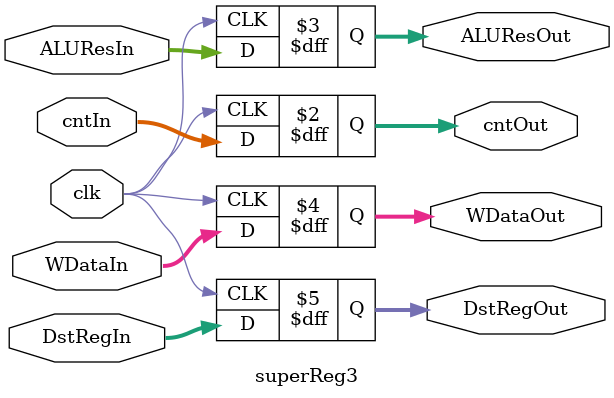
<source format=v>
`timescale 1ns/1ns
module superReg3(input [3:0]cntIn,input [31:0]ALUResIn,WDataIn,input [4:0]DstRegIn,input clk,
  output reg [3:0]cntOut,output reg [31:0]ALUResOut,WDataOut,output reg [4:0]DstRegOut);
  always@(posedge clk) begin
    cntOut <= cntIn;
    ALUResOut <= ALUResIn;
    WDataOut <= WDataIn;
    DstRegOut <= DstRegIn;
  end
endmodule

</source>
